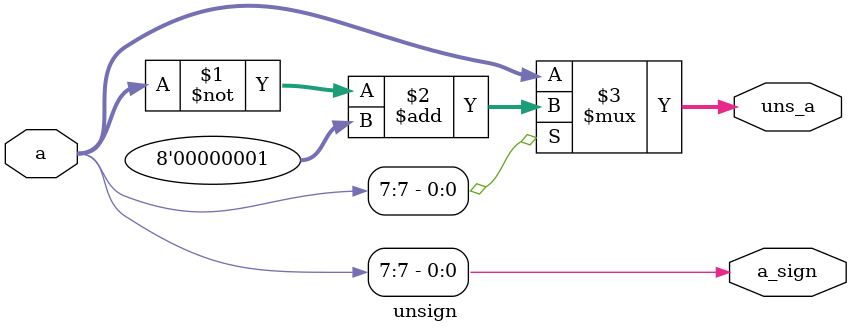
<source format=v>
module unsign(	// file.cleaned.mlir:2:3
  input  [7:0] a,	// file.cleaned.mlir:2:24
  output [7:0] uns_a,	// file.cleaned.mlir:2:37
  output       a_sign	// file.cleaned.mlir:2:53
);

  assign uns_a = a[7] ? ~a + 8'h1 : a;	// file.cleaned.mlir:3:14, :5:10, :6:10, :7:10, :8:10, :9:5
  assign a_sign = a[7];	// file.cleaned.mlir:5:10, :9:5
endmodule


</source>
